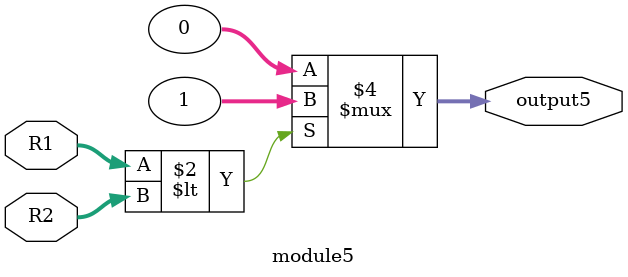
<source format=v>
module module5(R1, R2, output5);
input [31:0] R1;
input [31:0] R2;
output reg [31:0] output5;
always @(R1, R2)
begin
if (R1 < R2) begin
output5 = 1;
end else begin
output5 = 0; end
end
endmodule
</source>
